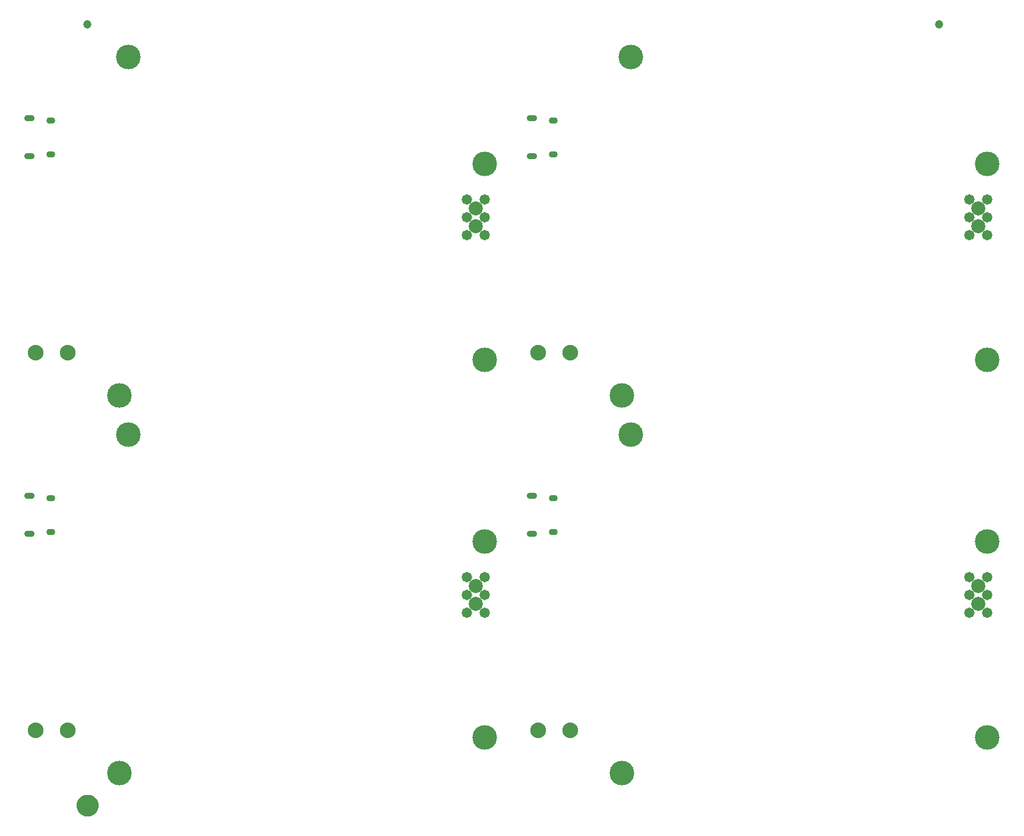
<source format=gbs>
G75*
%MOIN*%
%OFA0B0*%
%FSLAX25Y25*%
%IPPOS*%
%LPD*%
%AMOC8*
5,1,8,0,0,1.08239X$1,22.5*
%
%ADD10C,0.13800*%
%ADD11C,0.07887*%
%ADD12C,0.05800*%
%ADD13C,0.08800*%
%ADD14C,0.03556*%
%ADD15C,0.03398*%
%ADD16C,0.04737*%
%ADD17C,0.05000*%
%ADD18C,0.06706*%
D10*
X0093750Y0038750D03*
X0298750Y0058750D03*
X0375750Y0038750D03*
X0298750Y0168750D03*
X0380750Y0228750D03*
X0375750Y0250750D03*
X0298750Y0270750D03*
X0298750Y0380750D03*
X0380750Y0440750D03*
X0580750Y0380750D03*
X0580750Y0270750D03*
X0580750Y0168750D03*
X0580750Y0058750D03*
X0098750Y0228750D03*
X0093750Y0250750D03*
X0098750Y0440750D03*
D11*
X0293750Y0355750D03*
X0293750Y0345750D03*
X0293750Y0143750D03*
X0293750Y0133750D03*
X0575750Y0133750D03*
X0575750Y0143750D03*
X0575750Y0345750D03*
X0575750Y0355750D03*
D12*
X0570750Y0350750D03*
X0570750Y0340750D03*
X0580750Y0340750D03*
X0580750Y0350750D03*
X0580750Y0360750D03*
X0570750Y0360750D03*
X0298750Y0360750D03*
X0298750Y0350750D03*
X0298750Y0340750D03*
X0288750Y0340750D03*
X0288750Y0350750D03*
X0288750Y0360750D03*
X0288750Y0148750D03*
X0288750Y0138750D03*
X0288750Y0128750D03*
X0298750Y0128750D03*
X0298750Y0138750D03*
X0298750Y0148750D03*
X0570750Y0148750D03*
X0570750Y0138750D03*
X0570750Y0128750D03*
X0580750Y0128750D03*
X0580750Y0138750D03*
X0580750Y0148750D03*
D13*
X0346750Y0062750D03*
X0328750Y0062750D03*
X0064750Y0062750D03*
X0046750Y0062750D03*
X0046750Y0274750D03*
X0064750Y0274750D03*
X0328750Y0274750D03*
X0346750Y0274750D03*
D14*
X0326285Y0194351D03*
X0325632Y0194351D03*
X0324848Y0194355D03*
X0324198Y0194355D03*
X0324198Y0172859D03*
X0324860Y0172859D03*
X0325620Y0172855D03*
X0326285Y0172851D03*
X0044285Y0172851D03*
X0043620Y0172855D03*
X0042860Y0172859D03*
X0042198Y0172859D03*
X0042198Y0194355D03*
X0042848Y0194355D03*
X0043632Y0194351D03*
X0044285Y0194351D03*
X0044285Y0384851D03*
X0043620Y0384855D03*
X0042860Y0384859D03*
X0042198Y0384859D03*
X0042198Y0406355D03*
X0042848Y0406355D03*
X0043632Y0406351D03*
X0044285Y0406351D03*
X0324198Y0406355D03*
X0324848Y0406355D03*
X0325632Y0406351D03*
X0326285Y0406351D03*
X0326285Y0384851D03*
X0325620Y0384855D03*
X0324860Y0384859D03*
X0324198Y0384859D03*
D15*
X0336387Y0385962D03*
X0336817Y0385983D03*
X0337407Y0385944D03*
X0337919Y0385983D03*
X0337407Y0404999D03*
X0337919Y0405038D03*
X0336817Y0405038D03*
X0336387Y0405017D03*
X0055919Y0405038D03*
X0055407Y0404999D03*
X0054817Y0405038D03*
X0054387Y0405017D03*
X0054817Y0385983D03*
X0054387Y0385962D03*
X0055407Y0385944D03*
X0055919Y0385983D03*
X0055919Y0193038D03*
X0055407Y0192999D03*
X0054817Y0193038D03*
X0054387Y0193017D03*
X0054817Y0173983D03*
X0054387Y0173962D03*
X0055407Y0173944D03*
X0055919Y0173983D03*
X0336387Y0173962D03*
X0336817Y0173983D03*
X0337407Y0173944D03*
X0337919Y0173983D03*
X0337407Y0192999D03*
X0337919Y0193038D03*
X0336817Y0193038D03*
X0336387Y0193017D03*
D16*
X0553750Y0459000D03*
X0075750Y0459000D03*
D17*
X0072185Y0020500D02*
X0072187Y0020619D01*
X0072193Y0020738D01*
X0072203Y0020857D01*
X0072217Y0020975D01*
X0072235Y0021093D01*
X0072256Y0021210D01*
X0072282Y0021326D01*
X0072312Y0021442D01*
X0072345Y0021556D01*
X0072382Y0021669D01*
X0072423Y0021781D01*
X0072468Y0021892D01*
X0072516Y0022001D01*
X0072568Y0022108D01*
X0072624Y0022213D01*
X0072683Y0022317D01*
X0072745Y0022418D01*
X0072811Y0022518D01*
X0072880Y0022615D01*
X0072952Y0022709D01*
X0073028Y0022802D01*
X0073106Y0022891D01*
X0073187Y0022978D01*
X0073272Y0023063D01*
X0073359Y0023144D01*
X0073448Y0023222D01*
X0073541Y0023298D01*
X0073635Y0023370D01*
X0073732Y0023439D01*
X0073832Y0023505D01*
X0073933Y0023567D01*
X0074037Y0023626D01*
X0074142Y0023682D01*
X0074249Y0023734D01*
X0074358Y0023782D01*
X0074469Y0023827D01*
X0074581Y0023868D01*
X0074694Y0023905D01*
X0074808Y0023938D01*
X0074924Y0023968D01*
X0075040Y0023994D01*
X0075157Y0024015D01*
X0075275Y0024033D01*
X0075393Y0024047D01*
X0075512Y0024057D01*
X0075631Y0024063D01*
X0075750Y0024065D01*
X0075869Y0024063D01*
X0075988Y0024057D01*
X0076107Y0024047D01*
X0076225Y0024033D01*
X0076343Y0024015D01*
X0076460Y0023994D01*
X0076576Y0023968D01*
X0076692Y0023938D01*
X0076806Y0023905D01*
X0076919Y0023868D01*
X0077031Y0023827D01*
X0077142Y0023782D01*
X0077251Y0023734D01*
X0077358Y0023682D01*
X0077463Y0023626D01*
X0077567Y0023567D01*
X0077668Y0023505D01*
X0077768Y0023439D01*
X0077865Y0023370D01*
X0077959Y0023298D01*
X0078052Y0023222D01*
X0078141Y0023144D01*
X0078228Y0023063D01*
X0078313Y0022978D01*
X0078394Y0022891D01*
X0078472Y0022802D01*
X0078548Y0022709D01*
X0078620Y0022615D01*
X0078689Y0022518D01*
X0078755Y0022418D01*
X0078817Y0022317D01*
X0078876Y0022213D01*
X0078932Y0022108D01*
X0078984Y0022001D01*
X0079032Y0021892D01*
X0079077Y0021781D01*
X0079118Y0021669D01*
X0079155Y0021556D01*
X0079188Y0021442D01*
X0079218Y0021326D01*
X0079244Y0021210D01*
X0079265Y0021093D01*
X0079283Y0020975D01*
X0079297Y0020857D01*
X0079307Y0020738D01*
X0079313Y0020619D01*
X0079315Y0020500D01*
X0079313Y0020381D01*
X0079307Y0020262D01*
X0079297Y0020143D01*
X0079283Y0020025D01*
X0079265Y0019907D01*
X0079244Y0019790D01*
X0079218Y0019674D01*
X0079188Y0019558D01*
X0079155Y0019444D01*
X0079118Y0019331D01*
X0079077Y0019219D01*
X0079032Y0019108D01*
X0078984Y0018999D01*
X0078932Y0018892D01*
X0078876Y0018787D01*
X0078817Y0018683D01*
X0078755Y0018582D01*
X0078689Y0018482D01*
X0078620Y0018385D01*
X0078548Y0018291D01*
X0078472Y0018198D01*
X0078394Y0018109D01*
X0078313Y0018022D01*
X0078228Y0017937D01*
X0078141Y0017856D01*
X0078052Y0017778D01*
X0077959Y0017702D01*
X0077865Y0017630D01*
X0077768Y0017561D01*
X0077668Y0017495D01*
X0077567Y0017433D01*
X0077463Y0017374D01*
X0077358Y0017318D01*
X0077251Y0017266D01*
X0077142Y0017218D01*
X0077031Y0017173D01*
X0076919Y0017132D01*
X0076806Y0017095D01*
X0076692Y0017062D01*
X0076576Y0017032D01*
X0076460Y0017006D01*
X0076343Y0016985D01*
X0076225Y0016967D01*
X0076107Y0016953D01*
X0075988Y0016943D01*
X0075869Y0016937D01*
X0075750Y0016935D01*
X0075631Y0016937D01*
X0075512Y0016943D01*
X0075393Y0016953D01*
X0075275Y0016967D01*
X0075157Y0016985D01*
X0075040Y0017006D01*
X0074924Y0017032D01*
X0074808Y0017062D01*
X0074694Y0017095D01*
X0074581Y0017132D01*
X0074469Y0017173D01*
X0074358Y0017218D01*
X0074249Y0017266D01*
X0074142Y0017318D01*
X0074037Y0017374D01*
X0073933Y0017433D01*
X0073832Y0017495D01*
X0073732Y0017561D01*
X0073635Y0017630D01*
X0073541Y0017702D01*
X0073448Y0017778D01*
X0073359Y0017856D01*
X0073272Y0017937D01*
X0073187Y0018022D01*
X0073106Y0018109D01*
X0073028Y0018198D01*
X0072952Y0018291D01*
X0072880Y0018385D01*
X0072811Y0018482D01*
X0072745Y0018582D01*
X0072683Y0018683D01*
X0072624Y0018787D01*
X0072568Y0018892D01*
X0072516Y0018999D01*
X0072468Y0019108D01*
X0072423Y0019219D01*
X0072382Y0019331D01*
X0072345Y0019444D01*
X0072312Y0019558D01*
X0072282Y0019674D01*
X0072256Y0019790D01*
X0072235Y0019907D01*
X0072217Y0020025D01*
X0072203Y0020143D01*
X0072193Y0020262D01*
X0072187Y0020381D01*
X0072185Y0020500D01*
D18*
X0075750Y0020500D03*
M02*

</source>
